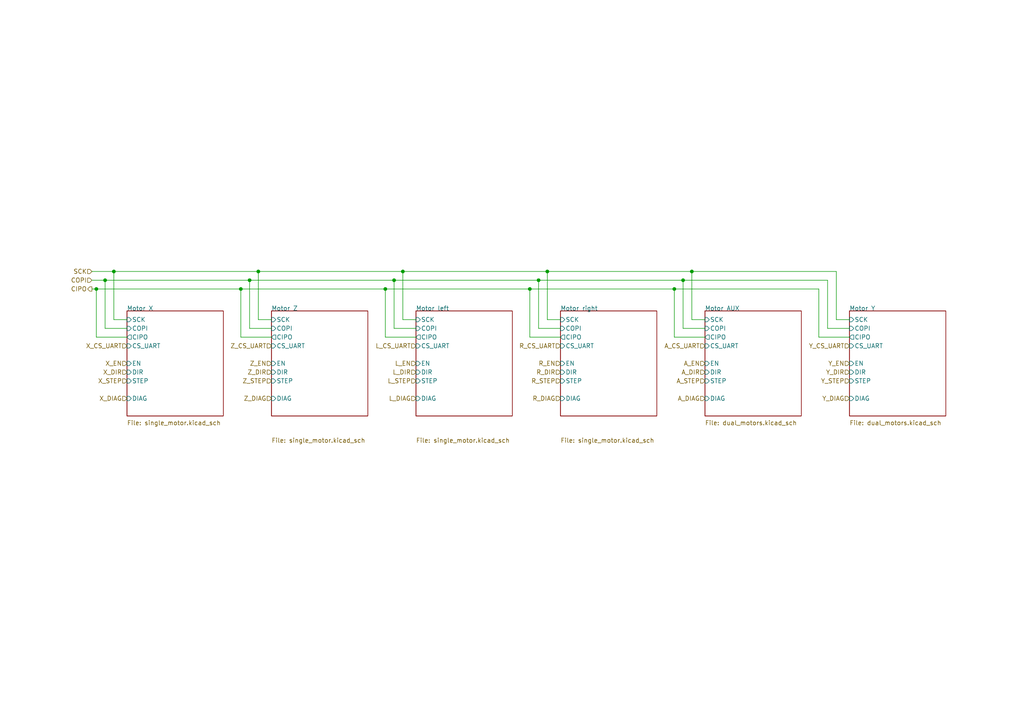
<source format=kicad_sch>
(kicad_sch (version 20230121) (generator eeschema)
  (paper "A4")
  (title_block (title "LumenPnP Motherboard") (date "2022-03-29") (rev "003") (company "Opulo"))
  (lib_symbols)
  (junction (at 114.3 81.28))
  (junction (at 153.67 83.82))
  (junction (at 195.58 83.82))
  (junction (at 72.39 81.28))
  (junction (at 30.48 81.28))
  (junction (at 198.12 81.28))
  (junction (at 74.93 78.74))
  (junction (at 156.21 81.28))
  (junction (at 158.75 78.74))
  (junction (at 33.02 78.74))
  (junction (at 116.84 78.74))
  (junction (at 200.66 78.74))
  (junction (at 27.94 83.82))
  (junction (at 69.85 83.82))
  (junction (at 111.76 83.82))
  (wire (pts (xy 116.84 92.71) (xy 116.84 78.74)))
  (wire (pts (xy 158.75 78.74) (xy 200.66 78.74)))
  (wire (pts (xy 69.85 83.82) (xy 111.76 83.82)))
  (wire (pts (xy 33.02 78.74) (xy 26.67 78.74)))
  (wire (pts (xy 116.84 78.74) (xy 158.75 78.74)))
  (wire (pts (xy 72.39 95.25) (xy 72.39 81.28)))
  (wire (pts (xy 78.74 92.71) (xy 74.93 92.71)))
  (wire (pts (xy 242.57 78.74) (xy 200.66 78.74)))
  (wire (pts (xy 158.75 92.71) (xy 158.75 78.74)))
  (wire (pts (xy 198.12 95.25) (xy 198.12 81.28)))
  (wire (pts (xy 120.65 95.25) (xy 114.3 95.25)))
  (wire (pts (xy 74.93 92.71) (xy 74.93 78.74)))
  (wire (pts (xy 78.74 97.79) (xy 69.85 97.79)))
  (wire (pts (xy 120.65 92.71) (xy 116.84 92.71)))
  (wire (pts (xy 162.56 97.79) (xy 153.67 97.79)))
  (wire (pts (xy 36.83 92.71) (xy 33.02 92.71)))
  (wire (pts (xy 153.67 97.79) (xy 153.67 83.82)))
  (wire (pts (xy 195.58 97.79) (xy 195.58 83.82)))
  (wire (pts (xy 204.47 95.25) (xy 198.12 95.25)))
  (wire (pts (xy 153.67 83.82) (xy 195.58 83.82)))
  (wire (pts (xy 36.83 95.25) (xy 30.48 95.25)))
  (wire (pts (xy 30.48 81.28) (xy 72.39 81.28)))
  (wire (pts (xy 78.74 95.25) (xy 72.39 95.25)))
  (wire (pts (xy 33.02 92.71) (xy 33.02 78.74)))
  (wire (pts (xy 246.38 95.25) (xy 240.03 95.25)))
  (wire (pts (xy 156.21 95.25) (xy 156.21 81.28)))
  (wire (pts (xy 114.3 95.25) (xy 114.3 81.28)))
  (wire (pts (xy 114.3 81.28) (xy 156.21 81.28)))
  (wire (pts (xy 204.47 92.71) (xy 200.66 92.71)))
  (wire (pts (xy 120.65 97.79) (xy 111.76 97.79)))
  (wire (pts (xy 242.57 92.71) (xy 242.57 78.74)))
  (wire (pts (xy 240.03 95.25) (xy 240.03 81.28)))
  (wire (pts (xy 111.76 83.82) (xy 153.67 83.82)))
  (wire (pts (xy 200.66 92.71) (xy 200.66 78.74)))
  (wire (pts (xy 36.83 97.79) (xy 27.94 97.79)))
  (wire (pts (xy 69.85 97.79) (xy 69.85 83.82)))
  (wire (pts (xy 27.94 83.82) (xy 26.67 83.82)))
  (wire (pts (xy 240.03 81.28) (xy 198.12 81.28)))
  (wire (pts (xy 162.56 92.71) (xy 158.75 92.71)))
  (wire (pts (xy 30.48 95.25) (xy 30.48 81.28)))
  (wire (pts (xy 156.21 81.28) (xy 198.12 81.28)))
  (wire (pts (xy 237.49 97.79) (xy 237.49 83.82)))
  (wire (pts (xy 237.49 83.82) (xy 195.58 83.82)))
  (wire (pts (xy 204.47 97.79) (xy 195.58 97.79)))
  (wire (pts (xy 246.38 92.71) (xy 242.57 92.71)))
  (wire (pts (xy 246.38 97.79) (xy 237.49 97.79)))
  (wire (pts (xy 30.48 81.28) (xy 26.67 81.28)))
  (wire (pts (xy 27.94 83.82) (xy 69.85 83.82)))
  (wire (pts (xy 33.02 78.74) (xy 74.93 78.74)))
  (wire (pts (xy 74.93 78.74) (xy 116.84 78.74)))
  (wire (pts (xy 27.94 97.79) (xy 27.94 83.82)))
  (wire (pts (xy 162.56 95.25) (xy 156.21 95.25)))
  (wire (pts (xy 111.76 97.79) (xy 111.76 83.82)))
  (wire (pts (xy 72.39 81.28) (xy 114.3 81.28)))
  (hierarchical_label "X_DIR" (shape input) (at 36.83 107.95 180))
  (hierarchical_label "Z_EN" (shape input) (at 78.74 105.41 180))
  (hierarchical_label "Z_DIAG" (shape input) (at 78.74 115.57 180))
  (hierarchical_label "Z_CS_UART" (shape input) (at 78.74 100.33 180))
  (hierarchical_label "L_EN" (shape input) (at 120.65 105.41 180))
  (hierarchical_label "Y_EN" (shape input) (at 246.38 105.41 180))
  (hierarchical_label "A_DIAG" (shape input) (at 204.47 115.57 180))
  (hierarchical_label "Z_STEP" (shape input) (at 78.74 110.49 180))
  (hierarchical_label "A_EN" (shape input) (at 204.47 105.41 180))
  (hierarchical_label "L_DIAG" (shape input) (at 120.65 115.57 180))
  (hierarchical_label "L_CS_UART" (shape input) (at 120.65 100.33 180))
  (hierarchical_label "Z_DIR" (shape input) (at 78.74 107.95 180))
  (hierarchical_label "COPI" (shape input) (at 26.67 81.28 180))
  (hierarchical_label "X_DIAG" (shape input) (at 36.83 115.57 180))
  (hierarchical_label "R_EN" (shape input) (at 162.56 105.41 180))
  (hierarchical_label "Y_DIAG" (shape input) (at 246.38 115.57 180))
  (hierarchical_label "R_CS_UART" (shape input) (at 162.56 100.33 180))
  (hierarchical_label "A_CS_UART" (shape input) (at 204.47 100.33 180))
  (hierarchical_label "Y_STEP" (shape input) (at 246.38 110.49 180))
  (hierarchical_label "X_STEP" (shape input) (at 36.83 110.49 180))
  (hierarchical_label "R_DIR" (shape input) (at 162.56 107.95 180))
  (hierarchical_label "X_EN" (shape input) (at 36.83 105.41 180))
  (hierarchical_label "L_STEP" (shape input) (at 120.65 110.49 180))
  (hierarchical_label "X_CS_UART" (shape input) (at 36.83 100.33 180))
  (hierarchical_label "Y_CS_UART" (shape input) (at 246.38 100.33 180))
  (hierarchical_label "L_DIR" (shape input) (at 120.65 107.95 180))
  (hierarchical_label "CIPO" (shape output) (at 26.67 83.82 180))
  (hierarchical_label "SCK" (shape input) (at 26.67 78.74 180))
  (hierarchical_label "Y_DIR" (shape input) (at 246.38 107.95 180))
  (hierarchical_label "A_STEP" (shape input) (at 204.47 110.49 180))
  (hierarchical_label "R_STEP" (shape input) (at 162.56 110.49 180))
  (hierarchical_label "A_DIR" (shape input) (at 204.47 107.95 180))
  (hierarchical_label "R_DIAG" (shape input) (at 162.56 115.57 180))
  (sheet (at 36.83 90.17) (size 27.94 30.48)
    (property "Sheetname" "Motor X" (at 36.83 90.17 0) (effects (justify left bottom)))
    (property "Sheetfile" "single_motor.kicad_sch" (at 36.83 121.92 0) (effects (justify left top)))
    (pin "EN" input (at 36.83 105.41 180))
    (pin "STEP" input (at 36.83 110.49 180))
    (pin "DIR" input (at 36.83 107.95 180))
    (pin "CIPO" output (at 36.83 97.79 180))
    (pin "COPI" input (at 36.83 95.25 180))
    (pin "SCK" input (at 36.83 92.71 180))
    (pin "CS_UART" input (at 36.83 100.33 180))
    (pin "DIAG" input (at 36.83 115.57 180))
  )
  (sheet (at 204.47 90.17) (size 27.94 30.48)
    (property "Sheetname" "Motor AUX" (at 204.47 90.17 0) (effects (justify left bottom)))
    (property "Sheetfile" "dual_motors.kicad_sch" (at 204.47 121.92 0) (effects (justify left top)))
    (pin "CS_UART" input (at 204.47 100.33 180))
    (pin "EN" input (at 204.47 105.41 180))
    (pin "STEP" input (at 204.47 110.49 180))
    (pin "DIR" input (at 204.47 107.95 180))
    (pin "COPI" input (at 204.47 95.25 180))
    (pin "SCK" input (at 204.47 92.71 180))
    (pin "CIPO" output (at 204.47 97.79 180))
    (pin "DIAG" input (at 204.47 115.57 180))
  )
  (sheet (at 78.74 90.17) (size 27.94 30.48)
    (property "Sheetname" "Motor Z" (at 78.74 90.17 0) (effects (justify left bottom)))
    (property "Sheetfile" "single_motor.kicad_sch" (at 78.74 127 0) (effects (justify left top)))
    (pin "EN" input (at 78.74 105.41 180))
    (pin "STEP" input (at 78.74 110.49 180))
    (pin "DIR" input (at 78.74 107.95 180))
    (pin "CIPO" output (at 78.74 97.79 180))
    (pin "COPI" input (at 78.74 95.25 180))
    (pin "SCK" input (at 78.74 92.71 180))
    (pin "CS_UART" input (at 78.74 100.33 180))
    (pin "DIAG" input (at 78.74 115.57 180))
  )
  (sheet (at 162.56 90.17) (size 27.94 30.48)
    (property "Sheetname" "Motor right" (at 162.56 90.17 0) (effects (justify left bottom)))
    (property "Sheetfile" "single_motor.kicad_sch" (at 162.56 127 0) (effects (justify left top)))
    (pin "EN" input (at 162.56 105.41 180))
    (pin "STEP" input (at 162.56 110.49 180))
    (pin "DIR" input (at 162.56 107.95 180))
    (pin "CIPO" output (at 162.56 97.79 180))
    (pin "COPI" input (at 162.56 95.25 180))
    (pin "SCK" input (at 162.56 92.71 180))
    (pin "CS_UART" input (at 162.56 100.33 180))
    (pin "DIAG" input (at 162.56 115.57 180))
  )
  (sheet (at 246.38 90.17) (size 27.94 30.48)
    (property "Sheetname" "Motor Y" (at 246.38 90.17 0) (effects (justify left bottom)))
    (property "Sheetfile" "dual_motors.kicad_sch" (at 246.38 121.92 0) (effects (justify left top)))
    (pin "CIPO" output (at 246.38 97.79 180))
    (pin "COPI" input (at 246.38 95.25 180))
    (pin "CS_UART" input (at 246.38 100.33 180))
    (pin "SCK" input (at 246.38 92.71 180))
    (pin "EN" input (at 246.38 105.41 180))
    (pin "STEP" input (at 246.38 110.49 180))
    (pin "DIR" input (at 246.38 107.95 180))
    (pin "DIAG" input (at 246.38 115.57 180))
  )
  (sheet (at 120.65 90.17) (size 27.94 30.48)
    (property "Sheetname" "Motor left" (at 120.65 90.17 0) (effects (justify left bottom)))
    (property "Sheetfile" "single_motor.kicad_sch" (at 120.65 127 0) (effects (justify left top)))
    (pin "EN" input (at 120.65 105.41 180))
    (pin "STEP" input (at 120.65 110.49 180))
    (pin "DIR" input (at 120.65 107.95 180))
    (pin "CIPO" output (at 120.65 97.79 180))
    (pin "COPI" input (at 120.65 95.25 180))
    (pin "SCK" input (at 120.65 92.71 180))
    (pin "CS_UART" input (at 120.65 100.33 180))
    (pin "DIAG" input (at 120.65 115.57 180))
  )
)
</source>
